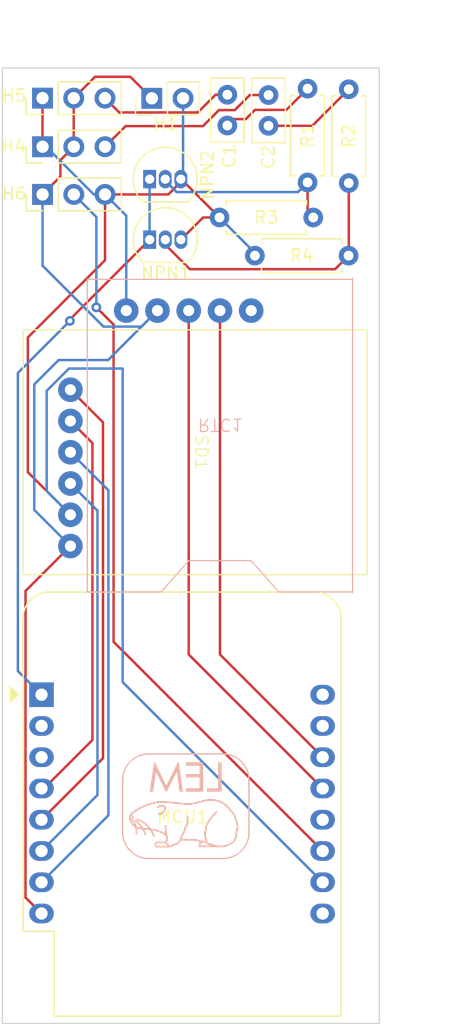
<source format=kicad_pcb>
(kicad_pcb (version 20221018) (generator pcbnew)
  (layers (0 "F.Cu" signal) (31 "B.Cu" signal) (34 "B.Paste" user) (35 "F.Paste" user) (36 "B.SilkS" user "B.Silkscreen") (37 "F.SilkS" user "F.Silkscreen") (38 "B.Mask" user) (39 "F.Mask" user) (44 "Edge.Cuts" user))
  (net 0 "")
  (net 1 "Net-(C1-Pad2)")
  (net 2 "Net-(C2-Pad2)")
  (net 3 "Net-(NPN1-B)")
  (net 4 "Net-(NPN2-B)")
  (net 5 "Net-(H5-Pin_3)")
  (net 6 "Net-(H4-Pin_3)")
  (net 7 "Net-(H1-Pin_2)")
  (net 8 "Net-(H1-Pin_1)")
  (net 9 "Net-(H6-Pin_2)")
  (net 10 "Net-(MCU1-~{RST})")
  (net 17 "Net-(MCU1-SCK{slash}D5)")
  (net 18 "Net-(MCU1-MISO{slash}D6)")
  (net 19 "Net-(MCU1-MOSI{slash}D7)")
  (net 20 "Net-(MCU1-CS{slash}D8)")
  (net 21 "Net-(MCU1-SDA{slash}D2)")
  (net 22 "Net-(MCU1-SCL{slash}D1)")
  (footprint "Resistor_THT:R_Axial_DIN0207_L6.3mm_D2.5mm_P7.62mm_Horizontal" (layer "F.Cu") (at 172.075 44.955 -90)
    (fp_text reference "R2" hide)
    (fp_text value "R" hide)
    (fp_text user "${REFERENCE}" (at 3.81 0 90) (layer "F.SilkS"))
    (pad "1" thru_hole circle (at 0 0 270) (size 1.6 1.6) (drill 0.8) (layers "*.Cu" "*.Mask") (net 2 "Net-(C2-Pad2)"))
    (pad "2" thru_hole oval (at 7.62 0 270) (size 1.6 1.6) (drill 0.8) (layers "*.Cu" "*.Mask") (net 3 "Net-(NPN1-B)"))
  )
  (footprint "Module:WEMOS_D1_mini_light" (layer "F.Cu") (at 147.09 94.15)
    (fp_text reference "MCU1" hide)
    (fp_text value "WeMos_D1_mini")
    (fp_text user "${REFERENCE}" (at 11.49 9.93) (layer "F.SilkS"))
    (pad "1" thru_hole rect (at 0 0) (size 2 2) (drill 1) (layers "*.Cu" "*.Mask") (net 10 "Net-(MCU1-~{RST})"))
    (pad "2" thru_hole oval (at 0 2.54) (size 2 1.6) (drill 1) (layers "*.Cu" "*.Mask"))
    (pad "3" thru_hole oval (at 0 5.08) (size 2 1.6) (drill 1) (layers "*.Cu" "*.Mask"))
    (pad "4" thru_hole oval (at 0 7.62) (size 2 1.6) (drill 1) (layers "*.Cu" "*.Mask") (net 17 "Net-(MCU1-SCK{slash}D5)"))
    (pad "5" thru_hole oval (at 0 10.16) (size 2 1.6) (drill 1) (layers "*.Cu" "*.Mask") (net 18 "Net-(MCU1-MISO{slash}D6)"))
    (pad "6" thru_hole oval (at 0 12.7) (size 2 1.6) (drill 1) (layers "*.Cu" "*.Mask") (net 19 "Net-(MCU1-MOSI{slash}D7)"))
    (pad "7" thru_hole oval (at 0 15.24) (size 2 1.6) (drill 1) (layers "*.Cu" "*.Mask") (net 20 "Net-(MCU1-CS{slash}D8)"))
    (pad "8" thru_hole oval (at 0 17.78) (size 2 1.6) (drill 1) (layers "*.Cu" "*.Mask") (net 8 "Net-(H1-Pin_1)"))
    (pad "9" thru_hole oval (at 22.86 17.78) (size 2 1.6) (drill 1) (layers "*.Cu" "*.Mask"))
    (pad "10" thru_hole oval (at 22.86 15.24) (size 2 1.6) (drill 1) (layers "*.Cu" "*.Mask") (net 7 "Net-(H1-Pin_2)"))
    (pad "11" thru_hole oval (at 22.86 12.7) (size 2 1.6) (drill 1) (layers "*.Cu" "*.Mask") (net 9 "Net-(H6-Pin_2)"))
    (pad "12" thru_hole oval (at 22.86 10.16) (size 2 1.6) (drill 1) (layers "*.Cu" "*.Mask"))
    (pad "13" thru_hole oval (at 22.86 7.62) (size 2 1.6) (drill 1) (layers "*.Cu" "*.Mask") (net 21 "Net-(MCU1-SDA{slash}D2)"))
    (pad "14" thru_hole oval (at 22.86 5.08) (size 2 1.6) (drill 1) (layers "*.Cu" "*.Mask") (net 22 "Net-(MCU1-SCL{slash}D1)"))
    (pad "15" thru_hole oval (at 22.86 2.54) (size 2 1.6) (drill 1) (layers "*.Cu" "*.Mask"))
    (pad "16" thru_hole oval (at 22.86 0) (size 2 1.6) (drill 1) (layers "*.Cu" "*.Mask"))
  )
  (footprint "Connector_PinHeader_2.54mm:PinHeader_1x03_P2.54mm_Vertical" (layer "F.Cu") (at 147.175 53.5 90)
    (fp_text reference "H6" hide)
    (fp_text value "Conn_IR" hide)
    (fp_text user "${REFERENCE}" (at 0.05 -2.305) (layer "F.SilkS"))
    (pad "1" thru_hole rect (at 0 0 90) (size 1.7 1.7) (drill 1) (layers "*.Cu" "*.Mask") (net 8 "Net-(H1-Pin_1)"))
    (pad "2" thru_hole oval (at 0 2.54 90) (size 1.7 1.7) (drill 1) (layers "*.Cu" "*.Mask") (net 9 "Net-(H6-Pin_2)"))
    (pad "3" thru_hole oval (at 0 5.08 90) (size 1.7 1.7) (drill 1) (layers "*.Cu" "*.Mask") (net 7 "Net-(H1-Pin_2)"))
  )
  (footprint "Connector_PinHeader_2.54mm:PinHeader_1x03_P2.54mm_Vertical" (layer "F.Cu") (at 147.17 45.675 90)
    (fp_text reference "H5" hide)
    (fp_text value "Conn_PIR2" hide)
    (fp_text user "${REFERENCE}" (at 0.195 -2.31) (layer "F.SilkS"))
    (pad "1" thru_hole rect (at 0 0 90) (size 1.7 1.7) (drill 1) (layers "*.Cu" "*.Mask") (net 7 "Net-(H1-Pin_2)"))
    (pad "2" thru_hole oval (at 0 2.54 90) (size 1.7 1.7) (drill 1) (layers "*.Cu" "*.Mask") (net 8 "Net-(H1-Pin_1)"))
    (pad "3" thru_hole oval (at 0 5.08 90) (size 1.7 1.7) (drill 1) (layers "*.Cu" "*.Mask") (net 5 "Net-(H5-Pin_3)"))
  )
  (footprint "Connector_PinHeader_2.54mm:PinHeader_1x02_P2.54mm_Vertical" (layer "F.Cu") (at 156.06 45.69 90)
    (fp_text reference "H1" hide)
    (fp_text value "Conn_battery" hide)
    (fp_text user "${REFERENCE}" (at -2.06 1.14) (layer "F.SilkS"))
    (pad "1" thru_hole rect (at 0 0 90) (size 1.7 1.7) (drill 1) (layers "*.Cu" "*.Mask") (net 8 "Net-(H1-Pin_1)"))
    (pad "2" thru_hole oval (at 0 2.54 90) (size 1.7 1.7) (drill 1) (layers "*.Cu" "*.Mask") (net 7 "Net-(H1-Pin_2)"))
  )
  (footprint "Resistor_THT:R_Axial_DIN0207_L6.3mm_D2.5mm_P7.62mm_Horizontal" (layer "F.Cu") (at 172.06 58.475 180)
    (fp_text reference "R4" hide)
    (fp_text value "5k" hide)
    (fp_text user "${REFERENCE}" (at 3.81 0) (layer "F.SilkS"))
    (pad "1" thru_hole circle (at 0 0 180) (size 1.6 1.6) (drill 0.8) (layers "*.Cu" "*.Mask") (net 3 "Net-(NPN1-B)"))
    (pad "2" thru_hole oval (at 7.62 0 180) (size 1.6 1.6) (drill 0.8) (layers "*.Cu" "*.Mask") (net 7 "Net-(H1-Pin_2)"))
  )
  (footprint "Resistor_THT:R_Axial_DIN0207_L6.3mm_D2.5mm_P7.62mm_Horizontal" (layer "F.Cu") (at 168.725 44.905 -90)
    (fp_text reference "R1" hide)
    (fp_text value "R" hide)
    (fp_text user "${REFERENCE}" (at 3.81 0 90) (layer "F.SilkS"))
    (pad "1" thru_hole circle (at 0 0 270) (size 1.6 1.6) (drill 0.8) (layers "*.Cu" "*.Mask") (net 1 "Net-(C1-Pad2)"))
    (pad "2" thru_hole oval (at 7.62 0 270) (size 1.6 1.6) (drill 0.8) (layers "*.Cu" "*.Mask") (net 4 "Net-(NPN2-B)"))
  )
  (footprint "Package_TO_SOT_THT:TO-92_Inline" (layer "F.Cu") (at 155.88 52.26)
    (fp_text reference "NPN2" hide)
    (fp_text value "BC547" hide)
    (fp_text user "${REFERENCE}" (at 4.71 -0.34 90) (layer "F.SilkS"))
    (pad "1" thru_hole rect (at 0 0) (size 1.05 1.5) (drill 0.75) (layers "*.Cu" "*.Mask") (net 10 "Net-(MCU1-~{RST})"))
    (pad "2" thru_hole oval (at 1.27 0) (size 1.05 1.5) (drill 0.75) (layers "*.Cu" "*.Mask") (net 4 "Net-(NPN2-B)"))
    (pad "3" thru_hole oval (at 2.54 0) (size 1.05 1.5) (drill 0.75) (layers "*.Cu" "*.Mask") (net 7 "Net-(H1-Pin_2)"))
  )
  (footprint "Capacitor_THT:C_Disc_D5.0mm_W2.5mm_P2.50mm" (layer "F.Cu") (at 162.2 45.4 -90)
    (fp_text reference "C1" hide)
    (fp_text value "1uF" hide)
    (fp_text user "${REFERENCE}" (at 5 -0.15 90) (layer "F.SilkS"))
    (pad "1" thru_hole circle (at 0 0 270) (size 1.6 1.6) (drill 0.8) (layers "*.Cu" "*.Mask") (net 5 "Net-(H5-Pin_3)"))
    (pad "2" thru_hole circle (at 2.5 0 270) (size 1.6 1.6) (drill 0.8) (layers "*.Cu" "*.Mask") (net 1 "Net-(C1-Pad2)"))
  )
  (footprint "Resistor_THT:R_Axial_DIN0207_L6.3mm_D2.5mm_P7.62mm_Horizontal" (layer "F.Cu") (at 169.185 55.375 180)
    (fp_text reference "R3" hide)
    (fp_text value "5k" hide)
    (fp_text user "${REFERENCE}" (at 3.81 0) (layer "F.SilkS"))
    (pad "1" thru_hole circle (at 0 0 180) (size 1.6 1.6) (drill 0.8) (layers "*.Cu" "*.Mask") (net 4 "Net-(NPN2-B)"))
    (pad "2" thru_hole oval (at 7.62 0 180) (size 1.6 1.6) (drill 0.8) (layers "*.Cu" "*.Mask") (net 7 "Net-(H1-Pin_2)"))
  )
  (footprint "Custom components:DFRobot micro SD module" (layer "F.Cu") (at 159.6 74.45 -90)
    (fp_text reference "SD1" (at 0 -0.5 -90 unlocked) (layer "F.SilkS") (effects (font (thickness 0.1))))
    (fp_text value "~")
    (pad "1" thru_hole circle (at -5.08 10.16 270) (size 2 2) (drill 0.9) (layers "*.Cu" "*.Mask") (net 18 "Net-(MCU1-MISO{slash}D6)"))
    (pad "2" thru_hole circle (at -2.54 10.16 270) (size 2 2) (drill 0.9) (layers "*.Cu" "*.Mask") (net 17 "Net-(MCU1-SCK{slash}D5)"))
    (pad "3" thru_hole circle (at 0 10.16 270) (size 2 2) (drill 0.9) (layers "*.Cu" "*.Mask") (net 20 "Net-(MCU1-CS{slash}D8)"))
    (pad "4" thru_hole circle (at 2.54 10.16 270) (size 2 2) (drill 0.9) (layers "*.Cu" "*.Mask") (net 19 "Net-(MCU1-MOSI{slash}D7)"))
    (pad "5" thru_hole circle (at 5.08 10.16 270) (size 2 2) (drill 0.9) (layers "*.Cu" "*.Mask") (net 7 "Net-(H1-Pin_2)"))
    (pad "6" thru_hole circle (at 7.62 10.16 270) (size 2 2) (drill 0.9) (layers "*.Cu" "*.Mask") (net 8 "Net-(H1-Pin_1)"))
  )
  (footprint "Capacitor_THT:C_Disc_D5.0mm_W2.5mm_P2.50mm" (layer "F.Cu") (at 165.55 45.425 -90)
    (fp_text reference "C2" hide)
    (fp_text value "1uF" hide)
    (fp_text user "${REFERENCE}" (at 5.045 0.02 90) (layer "F.SilkS"))
    (pad "1" thru_hole circle (at 0 0 270) (size 1.6 1.6) (drill 0.8) (layers "*.Cu" "*.Mask") (net 6 "Net-(H4-Pin_3)"))
    (pad "2" thru_hole circle (at 2.5 0 270) (size 1.6 1.6) (drill 0.8) (layers "*.Cu" "*.Mask") (net 2 "Net-(C2-Pad2)"))
  )
  (footprint "Package_TO_SOT_THT:TO-92_Inline" (layer "F.Cu") (at 155.885 57.175)
    (fp_text reference "NPN1" hide)
    (fp_text value "BC547" hide)
    (fp_text user "${REFERENCE}" (at 1.325 2.695 180) (layer "F.SilkS"))
    (pad "1" thru_hole rect (at 0 0) (size 1.05 1.5) (drill 0.75) (layers "*.Cu" "*.Mask") (net 10 "Net-(MCU1-~{RST})"))
    (pad "2" thru_hole oval (at 1.27 0) (size 1.05 1.5) (drill 0.75) (layers "*.Cu" "*.Mask") (net 3 "Net-(NPN1-B)"))
    (pad "3" thru_hole oval (at 2.54 0) (size 1.05 1.5) (drill 0.75) (layers "*.Cu" "*.Mask") (net 7 "Net-(H1-Pin_2)"))
  )
  (footprint "Connector_PinHeader_2.54mm:PinHeader_1x03_P2.54mm_Vertical" (layer "F.Cu") (at 147.175 49.625 90)
    (fp_text reference "H4" hide)
    (fp_text value "Conn_PIR1" hide)
    (fp_text user "${REFERENCE}" (at 0.035 -2.335) (layer "F.SilkS"))
    (pad "1" thru_hole rect (at 0 0 90) (size 1.7 1.7) (drill 1) (layers "*.Cu" "*.Mask") (net 7 "Net-(H1-Pin_2)"))
    (pad "2" thru_hole oval (at 0 2.54 90) (size 1.7 1.7) (drill 1) (layers "*.Cu" "*.Mask") (net 8 "Net-(H1-Pin_1)"))
    (pad "3" thru_hole oval (at 0 5.08 90) (size 1.7 1.7) (drill 1) (layers "*.Cu" "*.Mask") (net 6 "Net-(H4-Pin_3)"))
  )
  (footprint "Custom components:Adafruit PCF8523" (layer "B.Cu") (at 161.6 73.1)
    (fp_text reference "RTC1" (at 0.05 -0.875 180 unlocked) (layer "B.SilkS") (effects (font (thickness 0.1)) (justify mirror)))
    (fp_text value "~")
    (pad "1" thru_hole circle (at -7.62 -10.16) (size 2 2) (drill 0.9) (layers "*.Cu" "*.Mask") (net 7 "Net-(H1-Pin_2)"))
    (pad "2" thru_hole circle (at -5.08 -10.16) (size 2 2) (drill 0.9) (layers "*.Cu" "*.Mask") (net 8 "Net-(H1-Pin_1)"))
    (pad "3" thru_hole circle (at -2.54 -10.16) (size 2 2) (drill 0.9) (layers "*.Cu" "*.Mask") (net 21 "Net-(MCU1-SDA{slash}D2)"))
    (pad "4" thru_hole circle (at 0 -10.16) (size 2 2) (drill 0.9) (layers "*.Cu" "*.Mask") (net 22 "Net-(MCU1-SCL{slash}D1)"))
    (pad "5" thru_hole circle (at 2.54 -10.16) (size 2 2) (drill 0.9) (layers "*.Cu" "*.Mask"))
  )
  (footprint "Custom components:Logo_LEM" (layer "B.Cu") (at 158.83 103.33 180)
    (fp_text reference "G***" hide)
    (fp_text value "LOGO" hide)
  )
  (gr_rect (start 143.905 43.225) (end 174.55 120.865) (stroke (width 0.1)) (fill none) (layer "Edge.Cuts"))
  (segment (start 162.72 47.38) (end 162.2 47.9) (width 0.2) (layer "F.Cu") (net 1))
  (segment (start 164.45 46.63) (end 163.7 47.38) (width 0.2) (layer "F.Cu") (net 1))
  (segment (start 168.725 44.905) (end 167 46.63) (width 0.2) (layer "F.Cu") (net 1))
  (segment (start 167 46.63) (end 164.45 46.63) (width 0.2) (layer "F.Cu") (net 1))
  (segment (start 163.7 47.38) (end 162.72 47.38) (width 0.2) (layer "F.Cu") (net 1))
  (segment (start 169.105 47.925) (end 165.55 47.925) (width 0.2) (layer "F.Cu") (net 2))
  (segment (start 172.075 44.955) (end 169.105 47.925) (width 0.2) (layer "F.Cu") (net 2))
  (segment (start 170.96 59.575) (end 159.15 59.575) (width 0.2) (layer "F.Cu") (net 3))
  (segment (start 159.15 59.575) (end 157.155 57.58) (width 0.2) (layer "F.Cu") (net 3))
  (segment (start 172.075 58.46) (end 172.06 58.475) (width 0.2) (layer "F.Cu") (net 3))
  (segment (start 172.075 52.575) (end 172.075 58.46) (width 0.2) (layer "F.Cu") (net 3))
  (segment (start 157.155 57.58) (end 157.155 57.175) (width 0.2) (layer "F.Cu") (net 3))
  (segment (start 172.06 58.475) (end 170.96 59.575) (width 0.2) (layer "F.Cu") (net 3))
  (segment (start 168.725 52.525) (end 168.725 54.915) (width 0.2) (layer "F.Cu") (net 4))
  (segment (start 168.725 54.915) (end 169.185 55.375) (width 0.2) (layer "F.Cu") (net 4))
  (segment (start 158.078274 53.31) (end 167.94 53.31) (width 0.2) (layer "B.Cu") (net 4))
  (segment (start 167.94 53.31) (end 168.725 52.525) (width 0.2) (layer "B.Cu") (net 4))
  (segment (start 157.15 52.26) (end 157.15 52.381726) (width 0.2) (layer "B.Cu") (net 4))
  (segment (start 157.15 52.381726) (end 158.078274 53.31) (width 0.2) (layer "B.Cu") (net 4))
  (segment (start 153.415 46.84) (end 159.8 46.84) (width 0.2) (layer "F.Cu") (net 5))
  (segment (start 159.8 46.84) (end 161.24 45.4) (width 0.2) (layer "F.Cu") (net 5))
  (segment (start 161.24 45.4) (end 162.2 45.4) (width 0.2) (layer "F.Cu") (net 5))
  (segment (start 152.25 45.675) (end 153.415 46.84) (width 0.2) (layer "F.Cu") (net 5))
  (segment (start 161.515686 46.65) (end 160.215686 47.95) (width 0.2) (layer "F.Cu") (net 6))
  (segment (start 153.93 47.95) (end 152.255 49.625) (width 0.2) (layer "F.Cu") (net 6))
  (segment (start 162.805635 46.65) (end 161.515686 46.65) (width 0.2) (layer "F.Cu") (net 6))
  (segment (start 165.55 45.425) (end 164.030635 45.425) (width 0.2) (layer "F.Cu") (net 6))
  (segment (start 164.030635 45.425) (end 162.805635 46.65) (width 0.2) (layer "F.Cu") (net 6))
  (segment (start 160.215686 47.95) (end 153.93 47.95) (width 0.2) (layer "F.Cu") (net 6))
  (segment (start 152.255 53.5) (end 152.255 58.845) (width 0.2) (layer "F.Cu") (net 7))
  (segment (start 145.98 76.07) (end 149.44 79.53) (width 0.2) (layer "F.Cu") (net 7))
  (segment (start 161.565 55.375) (end 158.45 52.26) (width 0.2) (layer "F.Cu") (net 7))
  (segment (start 145.98 65.12) (end 145.98 76.07) (width 0.2) (layer "F.Cu") (net 7))
  (segment (start 157.405 53.5) (end 152.255 53.5) (width 0.2) (layer "F.Cu") (net 7))
  (segment (start 152.255 58.845) (end 145.98 65.12) (width 0.2) (layer "F.Cu") (net 7))
  (segment (start 160.225 55.375) (end 158.425 57.175) (width 0.2) (layer "F.Cu") (net 7))
  (segment (start 147.17 49.62) (end 147.175 49.625) (width 0.2) (layer "F.Cu") (net 7))
  (segment (start 161.565 55.375) (end 160.225 55.375) (width 0.2) (layer "F.Cu") (net 7))
  (segment (start 158.45 52.26) (end 158.42 52.26) (width 0.2) (layer "F.Cu") (net 7))
  (segment (start 158.42 52.26) (end 158.42 52.485) (width 0.2) (layer "F.Cu") (net 7))
  (segment (start 158.42 52.485) (end 157.405 53.5) (width 0.2) (layer "F.Cu") (net 7))
  (segment (start 147.17 45.675) (end 147.17 49.62) (width 0.2) (layer "F.Cu") (net 7))
  (segment (start 153.98 62.94) (end 153.98 55.225) (width 0.2) (layer "B.Cu") (net 7))
  (segment (start 169.95 109.39) (end 153.69 93.13) (width 0.2) (layer "B.Cu") (net 7))
  (segment (start 149.321522 67.65) (end 147.51 69.461522) (width 0.2) (layer "B.Cu") (net 7))
  (segment (start 158.6 45.69) (end 158.6 52.08) (width 0.2) (layer "B.Cu") (net 7))
  (segment (start 147.51 69.461522) (end 147.51 77.6) (width 0.2) (layer "B.Cu") (net 7))
  (segment (start 164.44 58.25) (end 164.44 58.475) (width 0.2) (layer "B.Cu") (net 7))
  (segment (start 158.6 52.08) (end 158.42 52.26) (width 0.2) (layer "B.Cu") (net 7))
  (segment (start 153.98 55.225) (end 152.255 53.5) (width 0.2) (layer "B.Cu") (net 7))
  (segment (start 153.69 93.13) (end 153.69 67.65) (width 0.2) (layer "B.Cu") (net 7))
  (segment (start 147.51 77.6) (end 149.44 79.53) (width 0.2) (layer "B.Cu") (net 7))
  (segment (start 147.175 49.625) (end 147.466346 49.625) (width 0.2) (layer "B.Cu") (net 7))
  (segment (start 153.69 67.65) (end 149.321522 67.65) (width 0.2) (layer "B.Cu") (net 7))
  (segment (start 151.341346 53.5) (end 152.255 53.5) (width 0.2) (layer "B.Cu") (net 7))
  (segment (start 147.466346 49.625) (end 151.341346 53.5) (width 0.2) (layer "B.Cu") (net 7))
  (segment (start 161.565 55.375) (end 164.44 58.25) (width 0.2) (layer "B.Cu") (net 7))
  (segment (start 147.09 111.93) (end 145.79 110.63) (width 0.2) (layer "F.Cu") (net 8))
  (segment (start 145.79 85.72) (end 149.44 82.07) (width 0.2) (layer "F.Cu") (net 8))
  (segment (start 145.79 110.63) (end 145.79 85.72) (width 0.2) (layer "F.Cu") (net 8))
  (segment (start 148.625 52.05) (end 147.175 53.5) (width 0.2) (layer "F.Cu") (net 8))
  (segment (start 154.31 43.94) (end 156.06 45.69) (width 0.2) (layer "F.Cu") (net 8))
  (segment (start 151.445 43.94) (end 154.31 43.94) (width 0.2) (layer "F.Cu") (net 8))
  (segment (start 149.71 49.62) (end 149.715 49.625) (width 0.2) (layer "F.Cu") (net 8))
  (segment (start 149.715 49.625) (end 148.625 50.715) (width 0.2) (layer "F.Cu") (net 8))
  (segment (start 149.71 45.675) (end 151.445 43.94) (width 0.2) (layer "F.Cu") (net 8))
  (segment (start 148.625 50.715) (end 148.625 52.05) (width 0.2) (layer "F.Cu") (net 8))
  (segment (start 149.71 45.675) (end 149.71 49.62) (width 0.2) (layer "F.Cu") (net 8))
  (segment (start 152.12505 64.24) (end 147.175 59.28995) (width 0.2) (layer "B.Cu") (net 8))
  (segment (start 146.5 79.13) (end 149.44 82.07) (width 0.2) (layer "B.Cu") (net 8))
  (segment (start 146.5 68.94) (end 146.5 79.13) (width 0.2) (layer "B.Cu") (net 8))
  (segment (start 155.22 64.24) (end 152.12505 64.24) (width 0.2) (layer "B.Cu") (net 8))
  (segment (start 147.175 59.28995) (end 147.175 53.5) (width 0.2) (layer "B.Cu") (net 8))
  (segment (start 152.5 66.96) (end 148.48 66.96) (width 0.2) (layer "B.Cu") (net 8))
  (segment (start 148.48 66.96) (end 146.5 68.94) (width 0.2) (layer "B.Cu") (net 8))
  (segment (start 156.52 62.94) (end 155.22 64.24) (width 0.2) (layer "B.Cu") (net 8))
  (segment (start 156.52 62.94) (end 152.5 66.96) (width 0.2) (layer "B.Cu") (net 8))
  (segment (start 152.95 64.075) (end 152.95 89.85) (width 0.2) (layer "F.Cu") (net 9))
  (segment (start 152.95 89.85) (end 169.95 106.85) (width 0.2) (layer "F.Cu") (net 9))
  (segment (start 151.55 62.675) (end 152.95 64.075) (width 0.2) (layer "F.Cu") (net 9))
  (via (at 151.55 62.675) (size 0.8) (drill 0.4) (layers "F.Cu" "B.Cu") (net 9))
  (segment (start 151.55 55.335) (end 151.55 62.675) (width 0.2) (layer "B.Cu") (net 9))
  (segment (start 149.715 53.5) (end 151.55 55.335) (width 0.2) (layer "B.Cu") (net 9))
  (segment (start 155.885 57.175) (end 149.4 63.66) (width 0.2) (layer "F.Cu") (net 10))
  (segment (start 149.4 63.66) (end 149.4 63.775) (width 0.2) (layer "F.Cu") (net 10))
  (via (at 149.4 63.775) (size 0.8) (drill 0.4) (layers "F.Cu" "B.Cu") (net 10))
  (segment (start 145.17 92.23) (end 147.09 94.15) (width 0.2) (layer "B.Cu") (net 10))
  (segment (start 149.4 63.775) (end 145.17 68.005) (width 0.2) (layer "B.Cu") (net 10))
  (segment (start 155.88 52.26) (end 155.88 57.17) (width 0.2) (layer "B.Cu") (net 10))
  (segment (start 145.17 68.005) (end 145.17 92.23) (width 0.2) (layer "B.Cu") (net 10))
  (segment (start 155.88 57.17) (end 155.885 57.175) (width 0.2) (layer "B.Cu") (net 10))
  (segment (start 151.23 73.7) (end 149.44 71.91) (width 0.2) (layer "F.Cu") (net 17))
  (segment (start 151.23 97.83) (end 151.23 73.7) (width 0.2) (layer "F.Cu") (net 17))
  (segment (start 147.09 101.77) (end 147.29 101.77) (width 0.2) (layer "F.Cu") (net 17))
  (segment (start 147.29 101.77) (end 151.23 97.83) (width 0.2) (layer "F.Cu") (net 17))
  (segment (start 147.09 104.31) (end 152.09 99.31) (width 0.2) (layer "F.Cu") (net 18))
  (segment (start 152.09 99.31) (end 152.09 72.02) (width 0.2) (layer "F.Cu") (net 18))
  (segment (start 152.09 72.02) (end 149.44 69.37) (width 0.2) (layer "F.Cu") (net 18))
  (segment (start 147.09 106.85) (end 151.64 102.3) (width 0.2) (layer "B.Cu") (net 19))
  (segment (start 151.64 102.3) (end 151.64 79.19) (width 0.2) (layer "B.Cu") (net 19))
  (segment (start 151.64 79.19) (end 149.44 76.99) (width 0.2) (layer "B.Cu") (net 19))
  (segment (start 147.09 109.39) (end 152.53 103.95) (width 0.2) (layer "B.Cu") (net 20))
  (segment (start 152.53 77.54) (end 149.44 74.45) (width 0.2) (layer "B.Cu") (net 20))
  (segment (start 152.53 103.95) (end 152.53 77.54) (width 0.2) (layer "B.Cu") (net 20))
  (segment (start 159.06 62.94) (end 159.06 90.88) (width 0.2) (layer "F.Cu") (net 21))
  (segment (start 159.06 90.88) (end 169.95 101.77) (width 0.2) (layer "F.Cu") (net 21))
  (segment (start 161.6 62.94) (end 161.6 90.88) (width 0.2) (layer "F.Cu") (net 22))
  (segment (start 161.6 90.88) (end 169.95 99.23) (width 0.2) (layer "F.Cu") (net 22))
)
</source>
